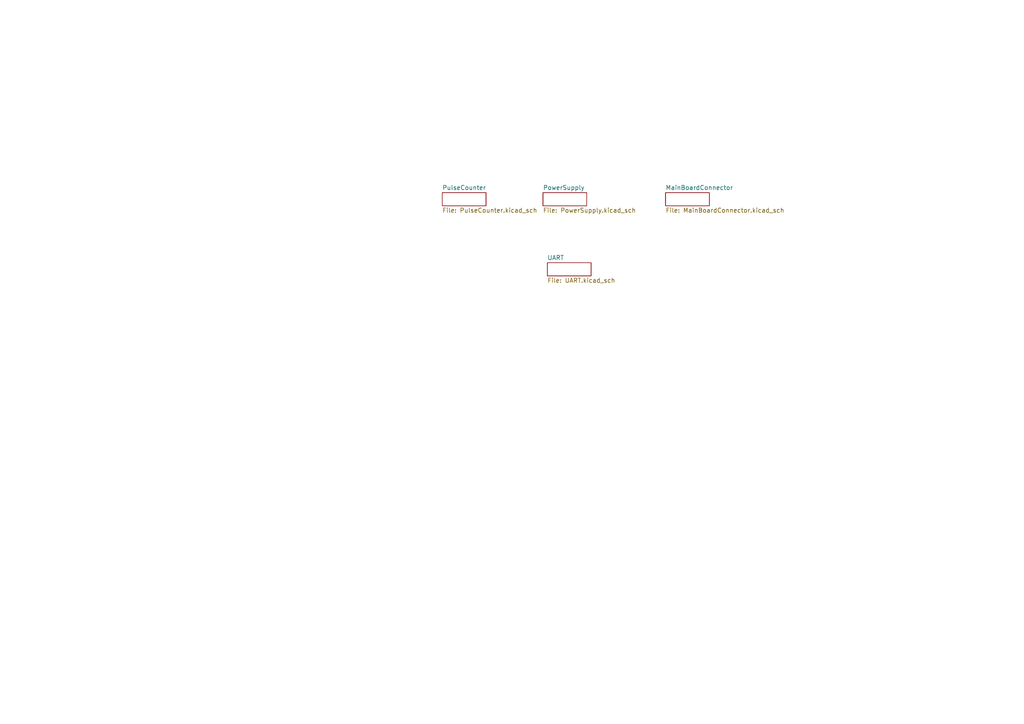
<source format=kicad_sch>
(kicad_sch
	(version 20250114)
	(generator "eeschema")
	(generator_version "9.0")
	(uuid "2dac91f6-5de1-492e-9a04-36ab71ef854f")
	(paper "A4")
	(lib_symbols)
	(sheet
		(at 158.75 76.2)
		(size 12.7 3.81)
		(exclude_from_sim no)
		(in_bom yes)
		(on_board yes)
		(dnp no)
		(fields_autoplaced yes)
		(stroke
			(width 0.1524)
			(type solid)
		)
		(fill
			(color 0 0 0 0.0000)
		)
		(uuid "09bf9bff-ec83-480a-9560-32811821a5d9")
		(property "Sheetname" "UART"
			(at 158.75 75.4884 0)
			(effects
				(font
					(size 1.27 1.27)
				)
				(justify left bottom)
			)
		)
		(property "Sheetfile" "UART.kicad_sch"
			(at 158.75 80.5946 0)
			(effects
				(font
					(size 1.27 1.27)
				)
				(justify left top)
			)
		)
		(property "Field2" ""
			(at 158.75 76.2 0)
			(effects
				(font
					(size 1.27 1.27)
				)
				(hide yes)
			)
		)
		(instances
			(project "DataAcquisitionUnit"
				(path "/2dac91f6-5de1-492e-9a04-36ab71ef854f"
					(page "5")
				)
			)
		)
	)
	(sheet
		(at 193.04 55.88)
		(size 12.7 3.81)
		(exclude_from_sim no)
		(in_bom yes)
		(on_board yes)
		(dnp no)
		(fields_autoplaced yes)
		(stroke
			(width 0.1524)
			(type solid)
		)
		(fill
			(color 0 0 0 0.0000)
		)
		(uuid "425124f7-0d85-436e-b9bf-10ba2c96dbc7")
		(property "Sheetname" "MainBoardConnector"
			(at 193.04 55.1684 0)
			(effects
				(font
					(size 1.27 1.27)
				)
				(justify left bottom)
			)
		)
		(property "Sheetfile" "MainBoardConnector.kicad_sch"
			(at 193.04 60.2746 0)
			(effects
				(font
					(size 1.27 1.27)
				)
				(justify left top)
			)
		)
		(instances
			(project "DataAcquisitionUnit"
				(path "/2dac91f6-5de1-492e-9a04-36ab71ef854f"
					(page "5")
				)
			)
		)
	)
	(sheet
		(at 128.27 55.88)
		(size 12.7 3.81)
		(exclude_from_sim no)
		(in_bom yes)
		(on_board yes)
		(dnp no)
		(fields_autoplaced yes)
		(stroke
			(width 0.1524)
			(type solid)
		)
		(fill
			(color 0 0 0 0.0000)
		)
		(uuid "aa1d059a-d1f1-41b8-9a79-3e265566ceec")
		(property "Sheetname" "PulseCounter"
			(at 128.27 55.1684 0)
			(effects
				(font
					(size 1.27 1.27)
				)
				(justify left bottom)
			)
		)
		(property "Sheetfile" "PulseCounter.kicad_sch"
			(at 128.27 60.2746 0)
			(effects
				(font
					(size 1.27 1.27)
				)
				(justify left top)
			)
		)
		(instances
			(project "DataAcquisitionUnit"
				(path "/2dac91f6-5de1-492e-9a04-36ab71ef854f"
					(page "2")
				)
			)
		)
	)
	(sheet
		(at 157.48 55.88)
		(size 12.7 3.81)
		(exclude_from_sim no)
		(in_bom yes)
		(on_board yes)
		(dnp no)
		(fields_autoplaced yes)
		(stroke
			(width 0.1524)
			(type solid)
		)
		(fill
			(color 0 0 0 0.0000)
		)
		(uuid "d316a48d-5cd3-4820-9bb3-4a62111e2c61")
		(property "Sheetname" "PowerSupply"
			(at 157.48 55.1684 0)
			(effects
				(font
					(size 1.27 1.27)
				)
				(justify left bottom)
			)
		)
		(property "Sheetfile" "PowerSupply.kicad_sch"
			(at 157.48 60.2746 0)
			(effects
				(font
					(size 1.27 1.27)
				)
				(justify left top)
			)
		)
		(instances
			(project "DataAcquisitionUnit"
				(path "/2dac91f6-5de1-492e-9a04-36ab71ef854f"
					(page "4")
				)
			)
		)
	)
	(sheet_instances
		(path "/"
			(page "1")
		)
	)
	(embedded_fonts no)
)

</source>
